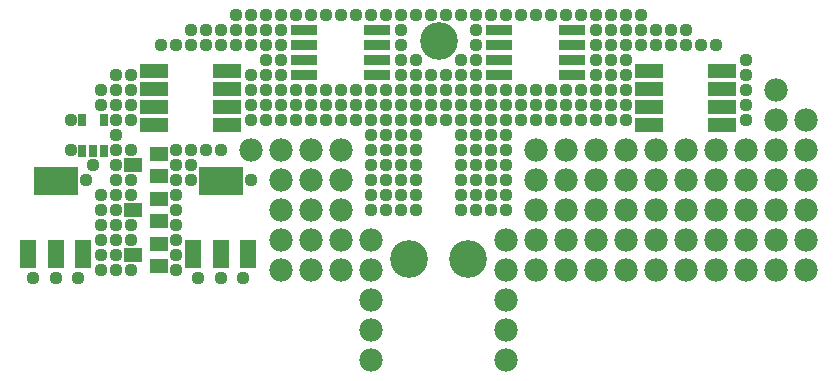
<source format=gts>
G75*
G70*
%OFA0B0*%
%FSLAX24Y24*%
%IPPOS*%
%LPD*%
%AMOC8*
5,1,8,0,0,1.08239X$1,22.5*
%
%ADD10C,0.1261*%
%ADD11R,0.0880X0.0340*%
%ADD12R,0.0960X0.0480*%
%ADD13R,0.0560X0.0960*%
%ADD14R,0.1497X0.0946*%
%ADD15R,0.0315X0.0433*%
%ADD16R,0.0631X0.0474*%
%ADD17C,0.0437*%
%ADD18C,0.0780*%
D10*
X013900Y004453D03*
X015869Y004453D03*
X014885Y011736D03*
D11*
X012831Y011585D03*
X012831Y012085D03*
X012831Y011085D03*
X012831Y010585D03*
X010411Y010585D03*
X010411Y011085D03*
X010411Y011585D03*
X010411Y012085D03*
X016911Y012085D03*
X016911Y011585D03*
X016911Y011085D03*
X016911Y010585D03*
X019331Y010585D03*
X019331Y011085D03*
X019331Y011585D03*
X019331Y012085D03*
D12*
X021901Y010735D03*
X021901Y010135D03*
X021901Y009535D03*
X021901Y008935D03*
X024341Y008935D03*
X024341Y009535D03*
X024341Y010135D03*
X024341Y010735D03*
X007841Y010735D03*
X007841Y010135D03*
X007841Y009535D03*
X007841Y008935D03*
X005401Y008935D03*
X005401Y009535D03*
X005401Y010135D03*
X005401Y010735D03*
D13*
X006711Y004615D03*
X007621Y004615D03*
X008531Y004615D03*
X003031Y004615D03*
X002121Y004615D03*
X001211Y004615D03*
D14*
X002121Y007055D03*
X007621Y007055D03*
D15*
X003745Y008073D03*
X003371Y008073D03*
X002997Y008073D03*
X002997Y009097D03*
X003745Y009097D03*
D16*
X005554Y007959D03*
X004688Y007585D03*
X005554Y007211D03*
X005554Y006459D03*
X004688Y006085D03*
X005554Y005711D03*
X005554Y004959D03*
X004688Y004585D03*
X005554Y004211D03*
D17*
X001371Y003835D03*
X002121Y003835D03*
X002871Y003835D03*
X003621Y004085D03*
X004121Y004085D03*
X004621Y004085D03*
X004121Y004585D03*
X003621Y004585D03*
X003621Y005085D03*
X004121Y005085D03*
X004621Y005085D03*
X004621Y005585D03*
X004121Y005585D03*
X003621Y005585D03*
X003621Y006085D03*
X004121Y006085D03*
X004121Y006585D03*
X003621Y006585D03*
X004621Y006585D03*
X004621Y007085D03*
X004121Y007085D03*
X003121Y007085D03*
X003371Y007585D03*
X004121Y007585D03*
X004121Y008085D03*
X004621Y008085D03*
X004121Y008585D03*
X004121Y009085D03*
X004621Y009085D03*
X004621Y009585D03*
X004121Y009585D03*
X003621Y009585D03*
X003621Y010085D03*
X004121Y010085D03*
X004621Y010085D03*
X004621Y010585D03*
X004121Y010585D03*
X005621Y011585D03*
X006121Y011585D03*
X006621Y011585D03*
X007121Y011585D03*
X007621Y011585D03*
X008121Y011585D03*
X008621Y011585D03*
X009121Y011585D03*
X009621Y011585D03*
X009621Y012085D03*
X009121Y012085D03*
X008621Y012085D03*
X008121Y012085D03*
X007621Y012085D03*
X007121Y012085D03*
X006621Y012085D03*
X008121Y012585D03*
X008621Y012585D03*
X009121Y012585D03*
X009621Y012585D03*
X010121Y012585D03*
X010621Y012585D03*
X011121Y012585D03*
X011621Y012585D03*
X012121Y012585D03*
X012621Y012585D03*
X013121Y012585D03*
X013621Y012585D03*
X014121Y012585D03*
X014621Y012585D03*
X015121Y012585D03*
X015621Y012585D03*
X016121Y012585D03*
X016621Y012585D03*
X017121Y012585D03*
X017621Y012585D03*
X018121Y012585D03*
X018621Y012585D03*
X019121Y012585D03*
X019621Y012585D03*
X020121Y012585D03*
X020621Y012585D03*
X021121Y012585D03*
X021621Y012585D03*
X021621Y012085D03*
X022121Y012085D03*
X022621Y012085D03*
X023121Y012085D03*
X023121Y011585D03*
X023621Y011585D03*
X024121Y011585D03*
X025121Y011085D03*
X025121Y010585D03*
X025121Y010085D03*
X025121Y009585D03*
X025121Y009085D03*
X021121Y009085D03*
X020621Y009085D03*
X020121Y009085D03*
X019621Y009085D03*
X019121Y009085D03*
X018621Y009085D03*
X018121Y009085D03*
X017621Y009085D03*
X017121Y009085D03*
X016621Y009085D03*
X016121Y009085D03*
X015621Y009085D03*
X015121Y009085D03*
X014621Y009085D03*
X014121Y009085D03*
X013621Y009085D03*
X013121Y009085D03*
X012621Y009085D03*
X012121Y009085D03*
X011621Y009085D03*
X011121Y009085D03*
X010621Y009085D03*
X010121Y009085D03*
X009621Y009085D03*
X009121Y009085D03*
X008621Y009085D03*
X008621Y009585D03*
X009121Y009585D03*
X009621Y009585D03*
X010121Y009585D03*
X010621Y009585D03*
X011121Y009585D03*
X011621Y009585D03*
X012121Y009585D03*
X012621Y009585D03*
X013121Y009585D03*
X013621Y009585D03*
X014121Y009585D03*
X014621Y009585D03*
X015121Y009585D03*
X015621Y009585D03*
X016121Y009585D03*
X016621Y009585D03*
X017121Y009585D03*
X017621Y009585D03*
X018121Y009585D03*
X018621Y009585D03*
X019121Y009585D03*
X019621Y009585D03*
X020121Y009585D03*
X020621Y009585D03*
X021121Y009585D03*
X021121Y010085D03*
X020621Y010085D03*
X020121Y010085D03*
X019621Y010085D03*
X019121Y010085D03*
X018621Y010085D03*
X018121Y010085D03*
X017621Y010085D03*
X017121Y010085D03*
X016621Y010085D03*
X016121Y010085D03*
X015621Y010085D03*
X015121Y010085D03*
X014621Y010085D03*
X014121Y010085D03*
X013621Y010085D03*
X013121Y010085D03*
X012621Y010085D03*
X012121Y010085D03*
X011621Y010085D03*
X011121Y010085D03*
X010621Y010085D03*
X010121Y010085D03*
X009621Y010085D03*
X009121Y010085D03*
X008621Y010085D03*
X008621Y010585D03*
X009121Y010585D03*
X009621Y010585D03*
X009621Y011085D03*
X009121Y011085D03*
X013621Y011085D03*
X014121Y011085D03*
X014121Y010585D03*
X014621Y010585D03*
X015121Y010585D03*
X015621Y010585D03*
X016121Y010585D03*
X016121Y011085D03*
X015621Y011085D03*
X016121Y011585D03*
X016121Y012085D03*
X013621Y012085D03*
X013621Y011585D03*
X013621Y010585D03*
X013621Y008585D03*
X013121Y008585D03*
X012621Y008585D03*
X012621Y008085D03*
X013121Y008085D03*
X013621Y008085D03*
X014121Y008085D03*
X014121Y007585D03*
X013621Y007585D03*
X013121Y007585D03*
X012621Y007585D03*
X012621Y007085D03*
X013121Y007085D03*
X013621Y007085D03*
X014121Y007085D03*
X014121Y006585D03*
X013621Y006585D03*
X013121Y006585D03*
X012621Y006585D03*
X012621Y006085D03*
X013121Y006085D03*
X013621Y006085D03*
X014121Y006085D03*
X015621Y006085D03*
X016121Y006085D03*
X016621Y006085D03*
X017121Y006085D03*
X017121Y006585D03*
X016621Y006585D03*
X016121Y006585D03*
X015621Y006585D03*
X015621Y007085D03*
X016121Y007085D03*
X016621Y007085D03*
X017121Y007085D03*
X017121Y007585D03*
X016621Y007585D03*
X016121Y007585D03*
X015621Y007585D03*
X015621Y008085D03*
X016121Y008085D03*
X016621Y008085D03*
X017121Y008085D03*
X017121Y008585D03*
X016621Y008585D03*
X016121Y008585D03*
X015621Y008585D03*
X014121Y008585D03*
X008621Y007085D03*
X006621Y007085D03*
X006121Y007085D03*
X006121Y007585D03*
X006621Y007585D03*
X006621Y008085D03*
X007121Y008085D03*
X007621Y008085D03*
X006121Y008085D03*
X006121Y006585D03*
X006121Y006085D03*
X006121Y005585D03*
X006121Y005085D03*
X006121Y004585D03*
X006121Y004085D03*
X006871Y003835D03*
X007621Y003835D03*
X008371Y003835D03*
X002621Y008085D03*
X002621Y009085D03*
X020121Y010585D03*
X020621Y010585D03*
X021121Y010585D03*
X021121Y011085D03*
X020621Y011085D03*
X020121Y011085D03*
X020121Y011585D03*
X020621Y011585D03*
X021121Y011585D03*
X021621Y011585D03*
X022121Y011585D03*
X022621Y011585D03*
X021121Y012085D03*
X020621Y012085D03*
X020121Y012085D03*
D18*
X026121Y010085D03*
X026121Y009085D03*
X027121Y009085D03*
X027121Y008085D03*
X026121Y008085D03*
X025121Y008085D03*
X024121Y008085D03*
X023121Y008085D03*
X022121Y008085D03*
X021121Y008085D03*
X020121Y008085D03*
X019121Y008085D03*
X018121Y008085D03*
X018121Y007085D03*
X019121Y007085D03*
X020121Y007085D03*
X021121Y007085D03*
X022121Y007085D03*
X023121Y007085D03*
X024121Y007085D03*
X025121Y007085D03*
X026121Y007085D03*
X027121Y007085D03*
X027121Y006085D03*
X026121Y006085D03*
X025121Y006085D03*
X024121Y006085D03*
X023121Y006085D03*
X022121Y006085D03*
X021121Y006085D03*
X020121Y006085D03*
X019121Y006085D03*
X018121Y006085D03*
X018121Y005085D03*
X017121Y005085D03*
X019121Y005085D03*
X020121Y005085D03*
X021121Y005085D03*
X022121Y005085D03*
X023121Y005085D03*
X024121Y005085D03*
X025121Y005085D03*
X026121Y005085D03*
X027121Y005085D03*
X027121Y004085D03*
X026121Y004085D03*
X025121Y004085D03*
X024121Y004085D03*
X023121Y004085D03*
X022121Y004085D03*
X021121Y004085D03*
X020121Y004085D03*
X019121Y004085D03*
X018121Y004085D03*
X017121Y004085D03*
X017121Y003085D03*
X017121Y002085D03*
X017121Y001085D03*
X012621Y001085D03*
X012621Y002085D03*
X012621Y003085D03*
X012621Y004085D03*
X011621Y004085D03*
X010621Y004085D03*
X009621Y004085D03*
X009621Y005085D03*
X010621Y005085D03*
X011621Y005085D03*
X012621Y005085D03*
X011621Y006085D03*
X010621Y006085D03*
X009621Y006085D03*
X009621Y007085D03*
X010621Y007085D03*
X011621Y007085D03*
X011621Y008085D03*
X010621Y008085D03*
X009621Y008085D03*
X008621Y008085D03*
M02*

</source>
